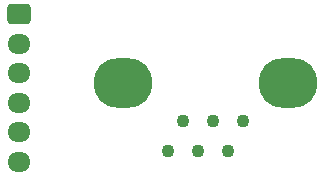
<source format=gbr>
%TF.GenerationSoftware,KiCad,Pcbnew,7.0.9*%
%TF.CreationDate,2023-11-19T12:55:52-08:00*%
%TF.ProjectId,M13-SDL-Rev1,4d31332d-5344-44c2-9d52-6576312e6b69,1*%
%TF.SameCoordinates,Original*%
%TF.FileFunction,Soldermask,Bot*%
%TF.FilePolarity,Negative*%
%FSLAX46Y46*%
G04 Gerber Fmt 4.6, Leading zero omitted, Abs format (unit mm)*
G04 Created by KiCad (PCBNEW 7.0.9) date 2023-11-19 12:55:52*
%MOMM*%
%LPD*%
G01*
G04 APERTURE LIST*
G04 Aperture macros list*
%AMRoundRect*
0 Rectangle with rounded corners*
0 $1 Rounding radius*
0 $2 $3 $4 $5 $6 $7 $8 $9 X,Y pos of 4 corners*
0 Add a 4 corners polygon primitive as box body*
4,1,4,$2,$3,$4,$5,$6,$7,$8,$9,$2,$3,0*
0 Add four circle primitives for the rounded corners*
1,1,$1+$1,$2,$3*
1,1,$1+$1,$4,$5*
1,1,$1+$1,$6,$7*
1,1,$1+$1,$8,$9*
0 Add four rect primitives between the rounded corners*
20,1,$1+$1,$2,$3,$4,$5,0*
20,1,$1+$1,$4,$5,$6,$7,0*
20,1,$1+$1,$6,$7,$8,$9,0*
20,1,$1+$1,$8,$9,$2,$3,0*%
G04 Aperture macros list end*
%ADD10O,1.950000X1.700000*%
%ADD11RoundRect,0.250000X-0.725000X0.600000X-0.725000X-0.600000X0.725000X-0.600000X0.725000X0.600000X0*%
%ADD12C,1.100000*%
%ADD13O,5.000000X4.250000*%
G04 APERTURE END LIST*
D10*
%TO.C,REF\u002A\u002A*%
X130250000Y-107250000D03*
X130250000Y-104750000D03*
X130250000Y-102250000D03*
X130250000Y-99750000D03*
X130250000Y-97250000D03*
D11*
X130250000Y-94750000D03*
%TD*%
D12*
%TO.C,REF\u002A\u002A*%
X149160000Y-103775000D03*
X146620000Y-103775000D03*
X147890000Y-106315000D03*
X145350000Y-106315000D03*
X144080000Y-103775000D03*
X142810000Y-106315000D03*
D13*
X139000000Y-100600000D03*
X152970000Y-100600000D03*
%TD*%
M02*

</source>
